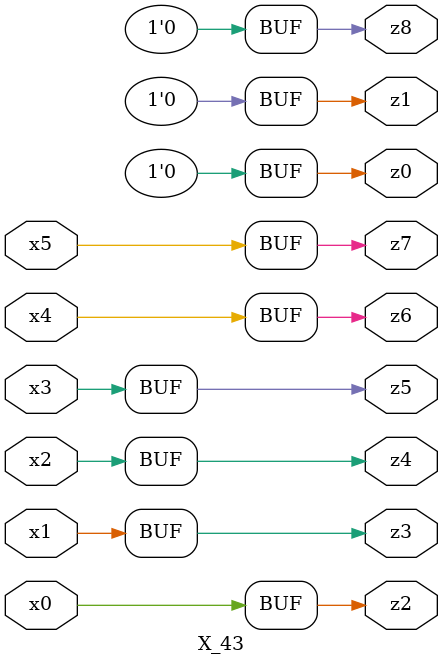
<source format=v>

module X_43 ( 
    x0, x1, x2, x3, x4, x5,
    z0, z1, z2, z3, z4, z5, z6, z7, z8  );
  input  x0, x1, x2, x3, x4, x5;
  output z0, z1, z2, z3, z4, z5, z6, z7, z8;
  assign z0 = 1'b0;
  assign z1 = 1'b0;
  assign z2 = x0;
  assign z3 = x1;
  assign z4 = x2;
  assign z5 = x3;
  assign z6 = x4;
  assign z7 = x5;
  assign z8 = 1'b0;
endmodule



</source>
